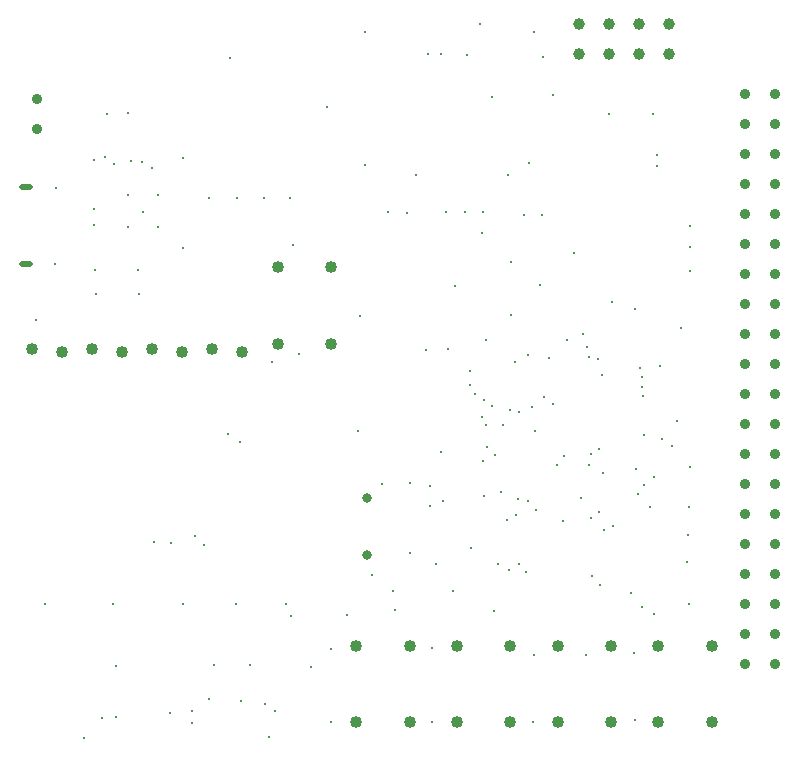
<source format=gbr>
%TF.GenerationSoftware,Novarm,DipTrace,3.2.0.1*%
%TF.CreationDate,2018-06-05T21:33:52-08:00*%
%FSLAX26Y26*%
%MOIN*%
%TF.FileFunction,Plated,1,4,PTH,Drill*%
%TF.Part,Single*%
%TA.AperFunction,ViaDrill*%
%ADD67C,0.011*%
%TA.AperFunction,ComponentDrill*%
%ADD69C,0.035433*%
%ADD70C,0.019685*%
%ADD71C,0.04*%
%ADD72C,0.03937*%
%ADD73C,0.032*%
G75*
G01*
D69*
X484316Y2471870D3*
Y2571870D3*
X462778Y2279873D2*
D70*
X435219D1*
X462778Y2020030D2*
X435219D1*
D71*
X468701Y1737450D3*
X568701Y1727450D3*
X668701Y1737450D3*
X768701Y1727450D3*
X868701Y1737450D3*
X968701Y1727450D3*
X1068701Y1737450D3*
X1168701Y1727450D3*
D69*
X2843701Y687450D3*
Y787450D3*
Y887450D3*
Y987450D3*
Y1087450D3*
Y1187450D3*
Y1287450D3*
Y1387450D3*
Y1487450D3*
Y1587450D3*
Y1687450D3*
Y1787450D3*
Y1887450D3*
Y1987450D3*
Y2087450D3*
Y2187450D3*
Y2287450D3*
Y2387450D3*
Y2487450D3*
Y2587450D3*
X2943701Y687450D3*
Y787450D3*
Y887450D3*
Y987450D3*
Y1087450D3*
Y1187450D3*
Y1287450D3*
Y1387450D3*
Y1487450D3*
Y1587450D3*
Y1687450D3*
Y1787450D3*
Y1887450D3*
Y1987450D3*
Y2087450D3*
Y2187450D3*
Y2287450D3*
Y2387450D3*
Y2487450D3*
Y2587450D3*
D71*
X1287450Y1756201D3*
Y2012201D3*
X1465450Y1756201D3*
Y2012201D3*
X1549950Y493701D3*
Y749701D3*
X1727950Y493701D3*
Y749701D3*
X1885368Y493701D3*
Y749701D3*
X2063368Y493701D3*
Y749701D3*
X2220784Y493701D3*
Y749701D3*
X2398784Y493701D3*
Y749701D3*
X2556201Y493701D3*
Y749701D3*
X2734201Y493701D3*
Y749701D3*
D72*
X2590576Y2721822D3*
Y2821822D3*
X2490576Y2721822D3*
Y2821822D3*
X2390576Y2721822D3*
Y2821822D3*
X2290576Y2721822D3*
Y2821822D3*
D73*
X1584326Y1049954D3*
Y1239954D3*
D67*
X1277983Y531449D3*
X1399845Y678309D3*
X970858Y2375912D3*
X971765Y2075037D3*
X712452Y2378164D3*
X674921Y2149952D3*
Y2206273D3*
X740540Y2356257D3*
X1562452Y1846936D3*
X548502Y2275936D3*
X837404Y2193774D3*
X1152996Y2240645D3*
X1240487D3*
X1327978D3*
X787550Y2524949D3*
X681171Y1921928D3*
X481192Y1834437D3*
X824906Y1921928D3*
X1983196Y1768832D3*
X2252881Y1768819D3*
X2065576Y1853076D3*
X1877166Y1947736D3*
X1578181Y2350046D3*
X1747473Y2318550D3*
X2053772D3*
X2125032Y2357133D3*
X2140780Y2796109D3*
X2206011Y2584358D3*
X1578181Y2793941D3*
X1961646Y2820899D3*
X1128742Y2709324D3*
X2477857Y500202D3*
X1464774Y494642D3*
X1802310Y495537D3*
X2139845D3*
X512450Y887450D3*
X1257591Y445436D3*
X1196826Y684326D3*
X1074879D3*
X971826Y887452D3*
X1149950D3*
X1796824Y1214272D3*
X1728075Y1059658D3*
X737452Y887452D3*
X1315576Y887450D3*
X1331299Y846844D3*
X2562223Y1681328D3*
X2023294Y1020170D3*
X2529378Y1210628D3*
X927484Y524360D3*
X640576Y440576D3*
X749696Y680526D3*
X1002314Y492840D3*
X787683Y2250181D3*
X1059256Y2240645D3*
X887452Y2249950D3*
X1152996Y2240645D3*
X887310Y2143841D3*
X545377Y2020030D3*
X787683Y2143780D3*
X1831050Y1393858D3*
X1728075Y1290883D3*
X1928076Y1665576D3*
X2656201Y1118704D3*
X2509326Y1284326D3*
X2356407Y1706076D3*
X2162265Y1953076D3*
X2662450Y2078076D3*
X2002907Y2578109D3*
X1359225Y1721949D3*
X1162370Y1428230D3*
X1040508Y1084516D3*
X2651257Y1028272D3*
X2487231Y1256420D3*
X2368494Y1650082D3*
X2662452Y1996987D3*
X2274753Y2059414D3*
X1831050Y2721844D3*
X2477582Y1871331D3*
X2502855Y878288D3*
X2543475Y853290D3*
X2324748Y1350316D3*
X2496605Y1675079D3*
X2630966Y1809440D3*
X1984159Y1412607D3*
X2012281Y1384484D3*
X874410Y1096524D3*
X2087450Y1237450D3*
X2052902Y1168882D3*
X931145Y1090765D3*
X2093523Y1022023D3*
X2081023Y1184507D3*
X2121826Y1231201D3*
X2149950Y1199950D3*
X2115395Y993900D3*
X2243507Y1381360D3*
X2121645Y1718824D3*
X1968536Y2125032D3*
X2237450Y1165576D3*
X2299950Y1240576D3*
X2031029Y1262622D3*
X1974952Y1246826D3*
X2503076Y1643701D3*
X2502855Y1612586D3*
X2505979Y1581339D3*
X2618701Y1496826D3*
X2509326Y1453076D3*
X2568701Y1437450D3*
X2603076Y1415576D3*
X2359120Y1403232D3*
X1634196Y1287620D3*
X1556079Y1465726D3*
X2465575Y924952D3*
X1518583Y850166D3*
X868701Y2340576D3*
X799950Y2365576D3*
X1781355Y1735958D3*
X2371618Y1325116D3*
X2481201Y1337450D3*
X2662213Y1343864D3*
X2537226Y2521865D3*
X2190576Y1709326D3*
X2552849Y2384379D3*
X2540575Y1312450D3*
X2659327Y1212450D3*
X2662449Y2146824D3*
X2403076Y1893701D3*
X2324827Y1712327D3*
X1918541Y2718719D3*
X1012205Y1115763D3*
X1121750Y1453227D3*
X1268609Y1693827D3*
X2362450Y953076D3*
X703076Y509326D3*
X1602949Y984526D3*
X1671898Y931201D3*
X1871826D3*
X1246736Y556446D3*
X1002314Y532604D3*
X1970516Y2193701D3*
X1849952D3*
X1912544D3*
X2171639Y2711462D3*
X2334326Y981201D3*
X749950Y512450D3*
X1815427Y1022534D3*
X1165495Y564173D3*
X1057432Y572368D3*
X2002907Y1546967D3*
X1465463Y737677D3*
X2062450Y1534326D3*
X1802928Y740802D3*
X2134285Y1543701D3*
X2143517Y718929D3*
X2174764Y1578214D3*
X2331201Y1174952D3*
X2374743Y1134511D3*
X2474952Y725201D3*
X1981201Y1484326D3*
X1946826Y1587452D3*
X1928076Y1618701D3*
X1974950Y1568700D3*
X1968701Y1512450D3*
X834280Y2362507D3*
X1856057Y1737582D3*
X2330998Y1387609D3*
X2390576Y2521826D3*
X2552849Y2346883D3*
X2306402Y1787651D3*
X1837299Y1231376D3*
X1453076Y2543701D3*
X676013Y2368756D3*
X821781Y2003170D3*
X678046D3*
X718667Y2521865D3*
X2107681Y2184400D3*
X2168511D3*
X2065576Y2027798D3*
X2318499Y1743822D3*
X2059151Y1000150D3*
X1678076Y868701D3*
X2037450Y1484326D3*
X2009326Y865576D3*
X2093523Y1527898D3*
X2146642Y1465726D3*
X1931040Y1074789D3*
X2315576Y718701D3*
X2659328Y887449D3*
X2405990Y1147037D3*
X2359326Y1193701D3*
X2206201Y1556201D3*
X1796824Y1281201D3*
X1971524Y1365600D3*
X1337352Y2084411D3*
X1718692Y2191879D3*
X1656201Y2193701D3*
X1787305Y2721844D3*
X2218701Y1353076D3*
X2077950Y1693827D3*
M02*

</source>
